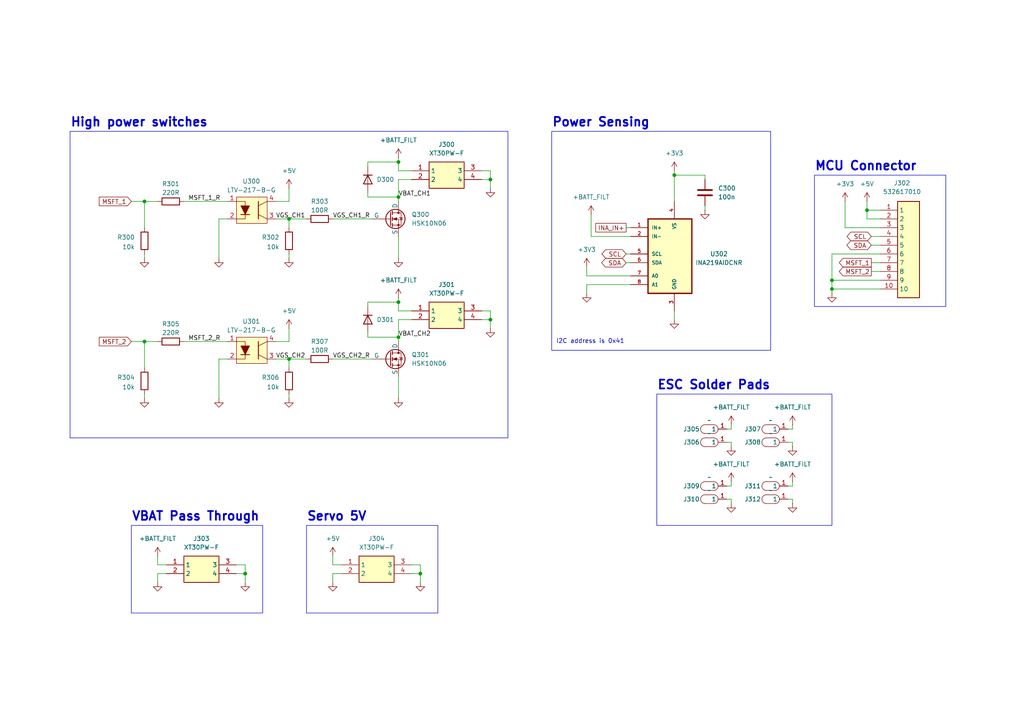
<source format=kicad_sch>
(kicad_sch (version 20250114) (generator "eeschema") (generator_version "9.0")
  (paper "A4")
  (title_block (title "Connectors and Outputs") (date "20-06-2025") (rev "0.0.1"))
  (lib_symbols
    (symbol "532617010:532617010"
      (property "Reference" "J" (at 7.62 7.874 0))
      (property "Value" "532617010" (at 3.302 5.08 0))
      (symbol "532617010_1_1"
        (rectangle (start 5.08 2.54) (end 11.43 -25.4) (stroke (width 0.254)) (fill (type background)))
        (pin passive line (at 0 0 0) (length 5.08) (name "1") (number "1"))
        (pin passive line (at 0 -2.54 0) (length 5.08) (name "2") (number "2"))
        (pin passive line (at 0 -5.08 0) (length 5.08) (name "3") (number "3"))
        (pin passive line (at 0 -7.62 0) (length 5.08) (name "4") (number "4"))
        (pin passive line (at 0 -10.16 0) (length 5.08) (name "5") (number "5"))
        (pin passive line (at 0 -12.7 0) (length 5.08) (name "6") (number "6"))
        (pin passive line (at 0 -15.24 0) (length 5.08) (name "7") (number "7"))
        (pin passive line (at 0 -17.78 0) (length 5.08) (name "8") (number "8"))
        (pin passive line (at 0 -20.32 0) (length 5.08) (name "9") (number "9"))
        (pin passive line (at 0 -22.86 0) (length 5.08) (name "10") (number "10"))
      )
    )
    (symbol "Device:C" (pin_numbers (hide yes)) (pin_names (offset 0.254))
      (property "Reference" "C" (at 0.635 2.54 0))
      (property "Value" "C" (at 0.635 -2.54 0))
      (symbol "C_0_1"
        (polyline (pts (xy -2.032 0.762) (xy 2.032 0.762)) (stroke (width 0.508)))
        (polyline (pts (xy -2.032 -0.762) (xy 2.032 -0.762)) (stroke (width 0.508)))
      )
      (symbol "C_1_1"
        (pin passive line (at 0 3.81 270) (length 2.794) (name "~") (number "1"))
        (pin passive line (at 0 -3.81 90) (length 2.794) (name "~") (number "2"))
      )
    )
    (symbol "Device:D" (pin_numbers (hide yes)) (pin_names (offset 1.016) (hide yes))
      (property "Reference" "D" (at 0 2.54 0))
      (property "Value" "D" (at 0 -2.54 0))
      (symbol "D_0_1"
        (polyline (pts (xy -1.27 1.27) (xy -1.27 -1.27)) (stroke (width 0.254)))
        (polyline (pts (xy 1.27 1.27) (xy 1.27 -1.27) (xy -1.27 0) (xy 1.27 1.27)) (stroke (width 0.254)))
        (polyline (pts (xy 1.27 0) (xy -1.27 0)))
      )
      (symbol "D_1_1"
        (pin passive line (at -3.81 0 0) (length 2.54) (name "K") (number "1"))
        (pin passive line (at 3.81 0 180) (length 2.54) (name "A") (number "2"))
      )
    )
    (symbol "Device:R" (pin_numbers (hide yes)) (pin_names (offset 0))
      (property "Reference" "R" (at 2.032 0 90))
      (property "Value" "R" (at 0 0 90))
      (symbol "R_0_1"
        (rectangle (start -1.016 -2.54) (end 1.016 2.54) (stroke (width 0.254)))
      )
      (symbol "R_1_1"
        (pin passive line (at 0 3.81 270) (length 1.27) (name "~") (number "1"))
        (pin passive line (at 0 -3.81 90) (length 1.27) (name "~") (number "2"))
      )
    )
    (symbol "INA219AIDCNR:INA219AIDCNR" (pin_names (offset 1.016))
      (property "Reference" "U" (at 19.05 -6.604 0))
      (property "Value" "INA219AIDCNR" (at 19.05 -8.636 0))
      (symbol "INA219AIDCNR_0_0"
        (rectangle (start 5.08 2.54) (end 17.78 -19.05) (stroke (width 0.41)) (fill (type background)))
        (pin input line (at 0 0 0) (length 5.08) (name "IN+") (number "1"))
        (pin input line (at 0 -2.54 0) (length 5.08) (name "IN-") (number "2"))
        (pin input line (at 0 -7.62 0) (length 5.08) (name "SCL") (number "5"))
        (pin bidirectional line (at 0 -10.16 0) (length 5.08) (name "SDA") (number "6"))
        (pin input line (at 0 -13.97 0) (length 5.08) (name "A0") (number "7"))
        (pin input line (at 0 -16.51 0) (length 5.08) (name "A1") (number "8"))
        (pin power_in line (at 12.7 7.62 270) (length 5.08) (name "VS") (number "4"))
        (pin power_in line (at 12.7 -24.13 90) (length 5.08) (name "GND") (number "3"))
      )
    )
    (symbol "LTV-217-B-G:LTV-217-B-G"
      (property "Reference" "U" (at 7.112 2.794 0))
      (symbol "LTV-217-B-G_0_1"
        (polyline (pts (xy 2.54 0) (xy 5.08 0) (xy 5.08 -1.27)))
        (polyline (pts (xy 2.54 -5.08) (xy 5.08 -5.08) (xy 5.08 -3.81)))
        (polyline (pts (xy 11.43 0) (xy 8.89 -1.27) (xy 8.89 -3.81) (xy 11.43 -5.08)))
      )
      (symbol "LTV-217-B-G_1_1"
        (rectangle (start 2.54 1.27) (end 11.43 -6.35) (fill (type background)))
        (polyline (pts (xy 6.35 -1.27) (xy 5.08 -3.81) (xy 3.81 -1.27) (xy 6.35 -1.27)) (fill (type outline)))
        (polyline (pts (xy 6.35 -3.81) (xy 3.81 -3.81)) (stroke (width 0.254)))
        (polyline (pts (xy 8.89 -1.27) (xy 8.89 0) (xy 8.89 -5.08)) (stroke (width 0.254)))
        (pin passive line (at 0 0 0) (length 2.54) (name "") (number "1"))
        (pin passive line (at 0 -5.08 0) (length 2.54) (name "") (number "2"))
        (pin passive line (at 13.97 0 180) (length 2.54) (name "") (number "4"))
        (pin passive line (at 13.97 -5.08 180) (length 2.54) (name "") (number "3"))
      )
    )
    (symbol "NMOS_1" (pin_numbers (hide yes)) (pin_names (offset 0))
      (property "Reference" "Q" (at 5.08 1.27 0))
      (property "Value" "NMOS" (at 5.08 -1.27 0))
      (symbol "NMOS_1_0_1"
        (polyline (pts (xy 0.254 1.905) (xy 0.254 -1.905)) (stroke (width 0.254)))
        (polyline (pts (xy 0.254 0) (xy -2.54 0)))
        (polyline (pts (xy 0.762 2.286) (xy 0.762 1.27)) (stroke (width 0.254)))
        (polyline (pts (xy 0.762 0.508) (xy 0.762 -0.508)) (stroke (width 0.254)))
        (polyline (pts (xy 0.762 -1.27) (xy 0.762 -2.286)) (stroke (width 0.254)))
        (polyline (pts (xy 0.762 -1.778) (xy 3.302 -1.778) (xy 3.302 1.778) (xy 0.762 1.778)))
        (polyline (pts (xy 1.016 0) (xy 2.032 0.381) (xy 2.032 -0.381) (xy 1.016 0)) (fill (type outline)))
        (circle (center 1.651 0) (radius 2.794) (stroke (width 0.254)))
        (polyline (pts (xy 2.54 2.54) (xy 2.54 1.778)))
        (circle (center 2.54 1.778) (radius 0.254) (fill (type outline)))
        (circle (center 2.54 -1.778) (radius 0.254) (fill (type outline)))
        (polyline (pts (xy 2.54 -2.54) (xy 2.54 0) (xy 0.762 0)))
        (polyline (pts (xy 2.794 0.508) (xy 2.921 0.381) (xy 3.683 0.381) (xy 3.81 0.254)))
        (polyline (pts (xy 3.302 0.381) (xy 2.921 -0.254) (xy 3.683 -0.254) (xy 3.302 0.381)))
      )
      (symbol "NMOS_1_1_1"
        (pin input line (at -5.08 0 0) (length 2.54) (name "G") (number "1"))
        (pin passive line (at 2.54 5.08 270) (length 2.54) (name "D") (number "2"))
        (pin passive line (at 2.54 -5.08 90) (length 2.54) (name "S") (number "3"))
      )
    )
    (symbol "SOLDER_PAD:Power_Solder_Pad"
      (property "Reference" "J" (at 0 2.794 0))
      (symbol "Power_Solder_Pad_0_1"
        (polyline (pts (xy -1.27 1.27) (xy 1.27 1.27)))
        (polyline (pts (xy -1.27 -1.27) (xy 1.27 -1.27)))
        (arc (start -1.27 -1.27) (mid -2.168 -0.898) (end -2.54 0))
        (arc (start -2.54 0) (mid -2.168 0.898) (end -1.27 1.27))
        (arc (start 1.27 1.27) (mid 2.168 0.898) (end 2.54 0))
        (arc (start 2.54 0) (mid 2.168 -0.898) (end 1.27 -1.27))
      )
      (symbol "Power_Solder_Pad_1_1"
        (pin input line (at 5.08 0 180) (length 2.54) (name "1") (number "1"))
      )
    )
    (symbol "Simulation_SPICE:NMOS" (pin_numbers (hide yes)) (pin_names (offset 0))
      (property "Reference" "Q" (at 5.08 1.27 0))
      (property "Value" "NMOS" (at 5.08 -1.27 0))
      (symbol "NMOS_0_1"
        (polyline (pts (xy 0.254 1.905) (xy 0.254 -1.905)) (stroke (width 0.254)))
        (polyline (pts (xy 0.254 0) (xy -2.54 0)))
        (polyline (pts (xy 0.762 2.286) (xy 0.762 1.27)) (stroke (width 0.254)))
        (polyline (pts (xy 0.762 0.508) (xy 0.762 -0.508)) (stroke (width 0.254)))
        (polyline (pts (xy 0.762 -1.27) (xy 0.762 -2.286)) (stroke (width 0.254)))
        (polyline (pts (xy 0.762 -1.778) (xy 3.302 -1.778) (xy 3.302 1.778) (xy 0.762 1.778)))
        (polyline (pts (xy 1.016 0) (xy 2.032 0.381) (xy 2.032 -0.381) (xy 1.016 0)) (fill (type outline)))
        (circle (center 1.651 0) (radius 2.794) (stroke (width 0.254)))
        (polyline (pts (xy 2.54 2.54) (xy 2.54 1.778)))
        (circle (center 2.54 1.778) (radius 0.254) (fill (type outline)))
        (circle (center 2.54 -1.778) (radius 0.254) (fill (type outline)))
        (polyline (pts (xy 2.54 -2.54) (xy 2.54 0) (xy 0.762 0)))
        (polyline (pts (xy 2.794 0.508) (xy 2.921 0.381) (xy 3.683 0.381) (xy 3.81 0.254)))
        (polyline (pts (xy 3.302 0.381) (xy 2.921 -0.254) (xy 3.683 -0.254) (xy 3.302 0.381)))
      )
      (symbol "NMOS_1_1"
        (pin input line (at -5.08 0 0) (length 2.54) (name "G") (number "1"))
        (pin passive line (at 2.54 5.08 270) (length 2.54) (name "D") (number "2"))
        (pin passive line (at 2.54 -5.08 90) (length 2.54) (name "S") (number "3"))
      )
    )
    (symbol "XT30PW-F:XT30PW-F"
      (property "Reference" "J" (at 16.51 7.62 0))
      (property "Value" "XT30PW-F" (at 16.51 5.08 0))
      (symbol "XT30PW-F_1_1"
        (rectangle (start 5.08 2.54) (end 15.24 -5.08) (stroke (width 0.254)) (fill (type background)))
        (pin passive line (at 0 0 0) (length 5.08) (name "1") (number "1"))
        (pin passive line (at 0 -2.54 0) (length 5.08) (name "2") (number "2"))
        (pin passive line (at 20.32 0 180) (length 5.08) (name "3") (number "3"))
        (pin passive line (at 20.32 -2.54 180) (length 5.08) (name "4") (number "4"))
      )
    )
    (symbol "power:+5V" (power) (pin_numbers (hide yes)) (pin_names (offset 0) (hide yes))
      (property "Value" "+5V" (at 0 3.556 0))
      (symbol "+5V_0_1"
        (polyline (pts (xy -0.762 1.27) (xy 0 2.54)))
        (polyline (pts (xy 0 2.54) (xy 0.762 1.27)))
        (polyline (pts (xy 0 0) (xy 0 2.54)))
      )
      (symbol "+5V_1_1"
        (pin power_in line (at 0 0 90) (length 0) (name "~") (number "1"))
      )
    )
    (symbol "power:+BATT" (power) (pin_numbers (hide yes)) (pin_names (offset 0) (hide yes))
      (property "Value" "+BATT" (at 0 3.556 0))
      (symbol "+BATT_0_1"
        (polyline (pts (xy -0.762 1.27) (xy 0 2.54)))
        (polyline (pts (xy 0 2.54) (xy 0.762 1.27)))
        (polyline (pts (xy 0 0) (xy 0 2.54)))
      )
      (symbol "+BATT_1_1"
        (pin power_in line (at 0 0 90) (length 0) (name "~") (number "1"))
      )
    )
    (symbol "power:GND" (power) (pin_numbers (hide yes)) (pin_names (offset 0) (hide yes))
      (property "Value" "GND" (at 0 -3.81 0))
      (symbol "GND_0_1"
        (polyline (pts (xy 0 0) (xy 0 -1.27) (xy 1.27 -1.27) (xy 0 -2.54) (xy -1.27 -1.27) (xy 0 -1.27)))
      )
      (symbol "GND_1_1"
        (pin power_in line (at 0 0 270) (length 0) (name "~") (number "1"))
      )
    )
  )
  (rectangle (start 20.32 38.1) (end 147.32 127))
  (rectangle (start 160.02 38.1) (end 223.52 101.6))
  (rectangle (start 88.9 152.4) (end 127 177.8))
  (rectangle (start 190.5 114.3) (end 241.3 152.4))
  (rectangle (start 236.22 50.8) (end 274.32 88.9))
  (rectangle (start 38.1 152.4) (end 76.2 177.8))
  (text "Servo 5V" (at 88.9 149.86 0) (effects (font (size 2.54 2.54) (thickness 0.508) (bold yes)) (justify left)))
  (text "MCU Connector" (at 236.22 48.26 0) (effects (font (size 2.54 2.54) (thickness 0.508) (bold yes)) (justify left)))
  (text "High power switches" (at 20.32 35.56 0) (effects (font (size 2.54 2.54) (thickness 0.508) (bold yes)) (justify left)))
  (text "VBAT Pass Through" (at 38.1 149.86 0) (effects (font (size 2.54 2.54) (thickness 0.508) (bold yes)) (justify left)))
  (text "Power Sensing" (at 160.02 35.56 0) (effects (font (size 2.54 2.54) (thickness 0.508) (bold yes)) (justify left)))
  (text "I2C address is 0x41" (at 161.29 99.06 0) (effects (font (size 1.27 1.27) (thickness 0.1588)) (justify left)))
  (text "ESC Solder Pads" (at 190.5 111.76 0) (effects (font (size 2.54 2.54) (thickness 0.508) (bold yes)) (justify left)))
  (junction (at 251.46 60.96))
  (junction (at 83.82 104.14))
  (junction (at 241.3 83.82))
  (junction (at 71.12 166.37))
  (junction (at 41.91 99.06))
  (junction (at 241.3 81.28))
  (junction (at 41.91 58.42))
  (junction (at 115.57 97.79))
  (junction (at 195.58 50.8))
  (junction (at 142.24 92.71))
  (junction (at 115.57 57.15))
  (junction (at 115.57 87.63))
  (junction (at 115.57 46.99))
  (junction (at 83.82 63.5))
  (junction (at 121.92 166.37))
  (junction (at 142.24 52.07))
  (wire (pts (xy 245.11 58.42) (xy 245.11 66.04)))
  (wire (pts (xy 115.57 109.22) (xy 115.57 115.57)))
  (wire (pts (xy 251.46 58.42) (xy 251.46 60.96)))
  (wire (pts (xy 170.18 82.55) (xy 182.88 82.55)))
  (wire (pts (xy 121.92 163.83) (xy 119.38 163.83)))
  (wire (pts (xy 71.12 166.37) (xy 71.12 163.83)))
  (wire (pts (xy 115.57 57.15) (xy 115.57 58.42)))
  (wire (pts (xy 212.09 124.46) (xy 212.09 123.19)))
  (wire (pts (xy 252.73 78.74) (xy 255.27 78.74)))
  (wire (pts (xy 41.91 58.42) (xy 41.91 66.04)))
  (wire (pts (xy 119.38 166.37) (xy 121.92 166.37)))
  (wire (pts (xy 63.5 63.5) (xy 66.04 63.5)))
  (wire (pts (xy 170.18 85.09) (xy 170.18 82.55)))
  (wire (pts (xy 96.52 166.37) (xy 99.06 166.37)))
  (wire (pts (xy 228.6 140.97) (xy 229.87 140.97)))
  (wire (pts (xy 115.57 49.53) (xy 119.38 49.53)))
  (wire (pts (xy 83.82 63.5) (xy 88.9 63.5)))
  (wire (pts (xy 106.68 57.15) (xy 115.57 57.15)))
  (wire (pts (xy 83.82 114.3) (xy 83.82 115.57)))
  (wire (pts (xy 115.57 92.71) (xy 119.38 92.71)))
  (wire (pts (xy 241.3 81.28) (xy 255.27 81.28)))
  (wire (pts (xy 171.45 68.58) (xy 182.88 68.58)))
  (wire (pts (xy 229.87 140.97) (xy 229.87 139.7)))
  (wire (pts (xy 181.61 76.2) (xy 182.88 76.2)))
  (wire (pts (xy 142.24 95.25) (xy 142.24 92.71)))
  (wire (pts (xy 228.6 124.46) (xy 229.87 124.46)))
  (wire (pts (xy 170.18 80.01) (xy 182.88 80.01)))
  (wire (pts (xy 53.34 58.42) (xy 66.04 58.42)))
  (wire (pts (xy 241.3 83.82) (xy 255.27 83.82)))
  (wire (pts (xy 245.11 66.04) (xy 255.27 66.04)))
  (wire (pts (xy 106.68 88.9) (xy 106.68 87.63)))
  (wire (pts (xy 210.82 144.78) (xy 212.09 144.78)))
  (wire (pts (xy 210.82 124.46) (xy 212.09 124.46)))
  (wire (pts (xy 121.92 166.37) (xy 121.92 163.83)))
  (wire (pts (xy 80.01 63.5) (xy 83.82 63.5)))
  (wire (pts (xy 45.72 168.91) (xy 45.72 166.37)))
  (wire (pts (xy 96.52 168.91) (xy 96.52 166.37)))
  (wire (pts (xy 229.87 124.46) (xy 229.87 123.19)))
  (wire (pts (xy 251.46 60.96) (xy 251.46 63.5)))
  (wire (pts (xy 241.3 81.28) (xy 241.3 83.82)))
  (wire (pts (xy 181.61 66.04) (xy 182.88 66.04)))
  (wire (pts (xy 241.3 73.66) (xy 255.27 73.66)))
  (wire (pts (xy 106.68 97.79) (xy 115.57 97.79)))
  (wire (pts (xy 115.57 45.72) (xy 115.57 46.99)))
  (wire (pts (xy 229.87 144.78) (xy 229.87 146.05)))
  (wire (pts (xy 63.5 104.14) (xy 66.04 104.14)))
  (wire (pts (xy 96.52 104.14) (xy 107.95 104.14)))
  (wire (pts (xy 38.1 99.06) (xy 41.91 99.06)))
  (wire (pts (xy 142.24 52.07) (xy 142.24 49.53)))
  (wire (pts (xy 139.7 92.71) (xy 142.24 92.71)))
  (wire (pts (xy 53.34 99.06) (xy 66.04 99.06)))
  (wire (pts (xy 115.57 97.79) (xy 115.57 99.06)))
  (wire (pts (xy 80.01 99.06) (xy 83.82 99.06)))
  (wire (pts (xy 115.57 46.99) (xy 115.57 49.53)))
  (wire (pts (xy 212.09 139.7) (xy 212.09 140.97)))
  (wire (pts (xy 106.68 96.52) (xy 106.68 97.79)))
  (wire (pts (xy 83.82 54.61) (xy 83.82 58.42)))
  (wire (pts (xy 106.68 55.88) (xy 106.68 57.15)))
  (wire (pts (xy 181.61 73.66) (xy 182.88 73.66)))
  (wire (pts (xy 228.6 144.78) (xy 229.87 144.78)))
  (wire (pts (xy 83.82 63.5) (xy 83.82 66.04)))
  (wire (pts (xy 115.57 87.63) (xy 115.57 90.17)))
  (wire (pts (xy 115.57 92.71) (xy 115.57 97.79)))
  (wire (pts (xy 41.91 58.42) (xy 45.72 58.42)))
  (wire (pts (xy 210.82 128.27) (xy 212.09 128.27)))
  (wire (pts (xy 139.7 90.17) (xy 142.24 90.17)))
  (wire (pts (xy 41.91 73.66) (xy 41.91 74.93)))
  (wire (pts (xy 45.72 166.37) (xy 48.26 166.37)))
  (wire (pts (xy 171.45 62.23) (xy 171.45 68.58)))
  (wire (pts (xy 71.12 163.83) (xy 68.58 163.83)))
  (wire (pts (xy 252.73 68.58) (xy 255.27 68.58)))
  (wire (pts (xy 115.57 90.17) (xy 119.38 90.17)))
  (wire (pts (xy 195.58 50.8) (xy 195.58 58.42)))
  (wire (pts (xy 106.68 46.99) (xy 115.57 46.99)))
  (wire (pts (xy 229.87 128.27) (xy 229.87 129.54)))
  (wire (pts (xy 142.24 92.71) (xy 142.24 90.17)))
  (wire (pts (xy 251.46 60.96) (xy 255.27 60.96)))
  (wire (pts (xy 195.58 90.17) (xy 195.58 92.71)))
  (wire (pts (xy 83.82 73.66) (xy 83.82 74.93)))
  (wire (pts (xy 71.12 168.91) (xy 71.12 166.37)))
  (wire (pts (xy 195.58 49.53) (xy 195.58 50.8)))
  (wire (pts (xy 106.68 48.26) (xy 106.68 46.99)))
  (wire (pts (xy 83.82 104.14) (xy 83.82 106.68)))
  (wire (pts (xy 204.47 59.69) (xy 204.47 60.96)))
  (wire (pts (xy 170.18 77.47) (xy 170.18 80.01)))
  (wire (pts (xy 45.72 161.29) (xy 45.72 163.83)))
  (wire (pts (xy 96.52 161.29) (xy 96.52 163.83)))
  (wire (pts (xy 228.6 128.27) (xy 229.87 128.27)))
  (wire (pts (xy 96.52 63.5) (xy 107.95 63.5)))
  (wire (pts (xy 241.3 73.66) (xy 241.3 81.28)))
  (wire (pts (xy 142.24 52.07) (xy 139.7 52.07)))
  (wire (pts (xy 115.57 52.07) (xy 115.57 57.15)))
  (wire (pts (xy 96.52 163.83) (xy 99.06 163.83)))
  (wire (pts (xy 63.5 74.93) (xy 63.5 63.5)))
  (wire (pts (xy 38.1 58.42) (xy 41.91 58.42)))
  (wire (pts (xy 45.72 163.83) (xy 48.26 163.83)))
  (wire (pts (xy 63.5 115.57) (xy 63.5 104.14)))
  (wire (pts (xy 241.3 85.09) (xy 241.3 83.82)))
  (wire (pts (xy 195.58 50.8) (xy 204.47 50.8)))
  (wire (pts (xy 204.47 50.8) (xy 204.47 52.07)))
  (wire (pts (xy 212.09 144.78) (xy 212.09 146.05)))
  (wire (pts (xy 142.24 49.53) (xy 139.7 49.53)))
  (wire (pts (xy 252.73 71.12) (xy 255.27 71.12)))
  (wire (pts (xy 212.09 128.27) (xy 212.09 129.54)))
  (wire (pts (xy 80.01 104.14) (xy 83.82 104.14)))
  (wire (pts (xy 115.57 52.07) (xy 119.38 52.07)))
  (wire (pts (xy 83.82 104.14) (xy 88.9 104.14)))
  (wire (pts (xy 106.68 87.63) (xy 115.57 87.63)))
  (wire (pts (xy 115.57 68.58) (xy 115.57 74.93)))
  (wire (pts (xy 80.01 58.42) (xy 83.82 58.42)))
  (wire (pts (xy 252.73 76.2) (xy 255.27 76.2)))
  (wire (pts (xy 83.82 95.25) (xy 83.82 99.06)))
  (wire (pts (xy 210.82 140.97) (xy 212.09 140.97)))
  (wire (pts (xy 142.24 54.61) (xy 142.24 52.07)))
  (wire (pts (xy 41.91 99.06) (xy 41.91 106.68)))
  (wire (pts (xy 41.91 114.3) (xy 41.91 115.57)))
  (wire (pts (xy 121.92 168.91) (xy 121.92 166.37)))
  (wire (pts (xy 251.46 63.5) (xy 255.27 63.5)))
  (wire (pts (xy 41.91 99.06) (xy 45.72 99.06)))
  (wire (pts (xy 115.57 86.36) (xy 115.57 87.63)))
  (wire (pts (xy 68.58 166.37) (xy 71.12 166.37)))
  (label "VGS_CH1" (at 80.01 63.5 0))
  (label "VGS_CH2_R" (at 96.52 104.14 0))
  (label "VBAT_CH2" (at 115.57 97.79 0))
  (label "MSFT_2_R" (at 54.61 99.06 0))
  (label "MSFT_1_R" (at 54.61 58.42 0))
  (label "VGS_CH1_R" (at 96.52 63.5 0))
  (label "VGS_CH2" (at 80.01 104.14 0))
  (label "VBAT_CH1" (at 115.57 57.15 0))
  (global_label "MSFT_2" (shape output) (at 252.73 78.74 180) (property "Intersheetrefs" "${INTERSHEET_REFS}" (effects (hide yes))))
  (global_label "MSFT_2" (shape input) (at 38.1 99.06 180) (property "Intersheetrefs" "${INTERSHEET_REFS}" (effects (hide yes))))
  (global_label "MSFT_1" (shape input) (at 38.1 58.42 180) (property "Intersheetrefs" "${INTERSHEET_REFS}" (effects (hide yes))))
  (global_label "INA_IN+" (shape passive) (at 181.61 66.04 180) (property "Intersheetrefs" "${INTERSHEET_REFS}" (effects (hide yes))))
  (global_label "SDA" (shape bidirectional) (at 252.73 71.12 180) (property "Intersheetrefs" "${INTERSHEET_REFS}" (effects (hide yes))))
  (global_label "MSFT_1" (shape output) (at 252.73 76.2 180) (property "Intersheetrefs" "${INTERSHEET_REFS}" (effects (hide yes))))
  (global_label "SCL" (shape bidirectional) (at 181.61 73.66 180) (property "Intersheetrefs" "${INTERSHEET_REFS}" (effects (hide yes))))
  (global_label "SDA" (shape bidirectional) (at 181.61 76.2 180) (property "Intersheetrefs" "${INTERSHEET_REFS}" (effects (hide yes))))
  (global_label "SCL" (shape bidirectional) (at 252.73 68.58 180) (property "Intersheetrefs" "${INTERSHEET_REFS}" (effects (hide yes))))
  (symbol (lib_id "SOLDER_PAD:Power_Solder_Pad") (at 223.52 144.78 0) (unit 1)
    (property "Reference" "J312" (at 220.726 144.78 0) (effects (justify right)))
    (property "Value" "~" (at 223.52 142.24 0))
    (property "Footprint" "SOLDER_PAD:PWR_SOLDER_PAD" (effects (hide yes)))
  )
  (symbol (lib_id "power:+5V") (at 251.46 58.42 0) (unit 1)
    (property "Reference" "#PWR021" (effects (hide yes)))
    (property "Value" "+5V" (at 251.46 53.34 0))
    (property "Description" "Power symbol creates a global label with name \"+5V\"" (effects (hide yes)))
  )
  (symbol (lib_id "power:GND") (at 115.57 74.93 0) (unit 1)
    (property "Reference" "#PWR05" (effects (hide yes)))
    (property "Value" "GND" (effects (hide yes)))
    (property "Description" "Power symbol creates a global label with name \"GND\" , ground" (effects (hide yes)))
  )
  (symbol (lib_id "power:+5V") (at 83.82 54.61 0) (unit 1)
    (property "Reference" "#PWR09" (effects (hide yes)))
    (property "Value" "+5V" (at 83.82 49.53 0))
    (property "Description" "Power symbol creates a global label with name \"+5V\"" (effects (hide yes)))
  )
  (symbol (lib_id "power:GND") (at 229.87 213.36 0) (unit 1)
    (property "Reference" "#PWR073" (effects (hide yes)))
    (property "Value" "GND" (effects (hide yes)))
    (property "Description" "Power symbol creates a global label with name \"GND\" , ground" (effects (hide yes)))
  )
  (symbol (lib_id "power:GND") (at 229.87 146.05 0) (unit 1)
    (property "Reference" "#PWR065" (effects (hide yes)))
    (property "Value" "GND" (effects (hide yes)))
    (property "Description" "Power symbol creates a global label with name \"GND\" , ground" (effects (hide yes)))
  )
  (symbol (lib_id "power:GND") (at 170.18 85.09 0) (unit 1)
    (property "Reference" "#PWR019" (effects (hide yes)))
    (property "Value" "GND" (effects (hide yes)))
    (property "Description" "Power symbol creates a global label with name \"GND\" , ground" (effects (hide yes)))
  )
  (symbol (lib_id "power:+5V") (at 245.11 58.42 0) (unit 1)
    (property "Reference" "#PWR022" (effects (hide yes)))
    (property "Value" "+3V3" (at 245.11 53.34 0))
    (property "Description" "Power symbol creates a global label with name \"+5V\"" (effects (hide yes)))
  )
  (symbol (lib_id "power:GND") (at 83.82 115.57 0) (unit 1)
    (property "Reference" "#PWR013" (effects (hide yes)))
    (property "Value" "GND" (effects (hide yes)))
    (property "Description" "Power symbol creates a global label with name \"GND\" , ground" (effects (hide yes)))
  )
  (symbol (lib_id "power:+5V") (at 229.87 123.19 0) (unit 1)
    (property "Reference" "#PWR070" (effects (hide yes)))
    (property "Value" "+BATT_FILT" (at 229.87 118.11 0))
    (property "Description" "Power symbol creates a global label with name \"+5V\"" (effects (hide yes)))
  )
  (symbol (lib_id "power:+5V") (at 229.87 139.7 0) (unit 1)
    (property "Reference" "#PWR066" (effects (hide yes)))
    (property "Value" "+BATT_FILT" (at 229.87 134.62 0))
    (property "Description" "Power symbol creates a global label with name \"+5V\"" (effects (hide yes)))
  )
  (symbol (lib_id "power:+5V") (at 212.09 123.19 0) (unit 1)
    (property "Reference" "#PWR072" (effects (hide yes)))
    (property "Value" "+BATT_FILT" (at 212.09 118.11 0))
    (property "Description" "Power symbol creates a global label with name \"+5V\"" (effects (hide yes)))
  )
  (symbol (lib_id "power:GND") (at 241.3 85.09 0) (unit 1)
    (property "Reference" "#PWR024" (effects (hide yes)))
    (property "Value" "GND" (effects (hide yes)))
    (property "Description" "Power symbol creates a global label with name \"GND\" , ground" (effects (hide yes)))
  )
  (symbol (lib_id "Device:D") (at 106.68 92.71 270) (unit 1)
    (property "Reference" "D301" (at 109.22 92.7099 90) (effects (justify left)))
    (property "Value" "SBR3M30P17" (effects (hide yes)))
    (property "Footprint" "SBR3M30P17:SBR3M30P17" (effects (hide yes)))
    (property "Description" "Diode" (effects (hide yes)))
    (property "Sim.Device" "D" (effects (hide yes)))
    (property "Sim.Pins" "1=K 2=A" (effects (hide yes)))
  )
  (symbol (lib_id "power:GND") (at 229.87 251.46 0) (unit 1)
    (property "Reference" "#PWR067" (effects (hide yes)))
    (property "Value" "GND" (effects (hide yes)))
    (property "Description" "Power symbol creates a global label with name \"GND\" , ground" (effects (hide yes)))
  )
  (symbol (lib_id "power:+BATT") (at 115.57 86.36 0) (unit 1)
    (property "Reference" "#PWR078" (effects (hide yes)))
    (property "Value" "+BATT_FILT" (at 115.57 81.28 0))
    (property "Description" "Power symbol creates a global label with name \"+BATT\"" (effects (hide yes)))
  )
  (symbol (lib_id "Device:R") (at 41.91 69.85 180) (unit 1)
    (property "Reference" "R300" (at 39.116 68.834 0) (effects (justify left)))
    (property "Value" "10k" (at 39.116 71.628 0) (effects (justify left)))
    (property "Footprint" "Resistor_SMD:R_0402_1005Metric" (effects (hide yes)))
    (property "Description" "Resistor" (effects (hide yes)))
  )
  (symbol (lib_id "power:GND") (at 83.82 74.93 0) (unit 1)
    (property "Reference" "#PWR08" (effects (hide yes)))
    (property "Value" "GND" (effects (hide yes)))
    (property "Description" "Power symbol creates a global label with name \"GND\" , ground" (effects (hide yes)))
  )
  (symbol (lib_id "XT30PW-F:XT30PW-F") (at 119.38 90.17 0) (unit 1)
    (property "Reference" "J301" (at 129.54 82.55 0))
    (property "Value" "XT30PW-F" (at 129.54 85.09 0))
    (property "Footprint" "XT30PWF:XT30PWF" (effects (hide yes)))
    (property "Datasheet" "https://www.tme.eu/Document/ce4077e36b79046da520ca73227e15de/XT30PW%20SPEC.pdf" (effects (hide yes)))
    (property "Description" "Socket; DC supply; XT30; female; PIN:2; on PCBs; THT; Colour: yellow" (effects (hide yes)))
    (property "Height" "5" (effects (hide yes)))
    (property "Manufacturer_Name" "Amass" (effects (hide yes)))
    (property "Manufacturer_Part_Number" "XT30PW-F" (effects (hide yes)))
  )
  (symbol (lib_id "SOLDER_PAD:Power_Solder_Pad") (at 205.74 128.27 0) (unit 1)
    (property "Reference" "J306" (at 202.946 128.27 0) (effects (justify right)))
    (property "Value" "~" (at 205.74 125.73 0))
    (property "Footprint" "SOLDER_PAD:PWR_SOLDER_PAD" (effects (hide yes)))
  )
  (symbol (lib_id "power:GND") (at 96.52 168.91 0) (unit 1)
    (property "Reference" "#PWR027" (effects (hide yes)))
    (property "Value" "GND" (effects (hide yes)))
    (property "Description" "Power symbol creates a global label with name \"GND\" , ground" (effects (hide yes)))
  )
  (symbol (lib_id "SOLDER_PAD:Power_Solder_Pad") (at 223.52 140.97 0) (unit 1)
    (property "Reference" "J311" (at 220.726 140.97 0) (effects (justify right)))
    (property "Value" "~" (at 223.52 138.43 0))
    (property "Footprint" "SOLDER_PAD:PWR_SOLDER_PAD" (effects (hide yes)))
  )
  (symbol (lib_id "Device:R") (at 49.53 58.42 270) (unit 1)
    (property "Reference" "R301" (at 49.53 53.34 90))
    (property "Value" "220R" (at 49.53 55.88 90))
    (property "Footprint" "Resistor_SMD:R_0402_1005Metric" (effects (hide yes)))
    (property "Description" "Resistor" (effects (hide yes)))
  )
  (symbol (lib_id "power:GND") (at 63.5 115.57 0) (unit 1)
    (property "Reference" "#PWR011" (effects (hide yes)))
    (property "Value" "GND" (effects (hide yes)))
    (property "Description" "Power symbol creates a global label with name \"GND\" , ground" (effects (hide yes)))
  )
  (symbol (lib_id "power:GND") (at 41.91 74.93 0) (unit 1)
    (property "Reference" "#PWR06" (effects (hide yes)))
    (property "Value" "GND" (effects (hide yes)))
    (property "Description" "Power symbol creates a global label with name \"GND\" , ground" (effects (hide yes)))
  )
  (symbol (lib_id "INA219AIDCNR:INA219AIDCNR") (at 182.88 66.04 0) (unit 1)
    (property "Reference" "U302" (at 208.534 73.66 0))
    (property "Value" "INA219AIDCNR" (at 208.534 76.2 0))
    (property "Footprint" "INA219AIDCNR:SOT65P280X145-8N" (effects (hide yes)))
  )
  (symbol (lib_id "power:+5V") (at 83.82 95.25 0) (unit 1)
    (property "Reference" "#PWR012" (effects (hide yes)))
    (property "Value" "+5V" (at 83.82 90.17 0))
    (property "Description" "Power symbol creates a global label with name \"+5V\"" (effects (hide yes)))
  )
  (symbol (lib_id "power:+BATT") (at 115.57 45.72 0) (unit 1)
    (property "Reference" "#PWR033" (effects (hide yes)))
    (property "Value" "+BATT_FILT" (at 115.57 40.64 0))
    (property "Description" "Power symbol creates a global label with name \"+BATT\"" (effects (hide yes)))
  )
  (symbol (lib_id "power:GND") (at 142.24 54.61 0) (unit 1)
    (property "Reference" "#PWR031" (effects (hide yes)))
    (property "Value" "GND" (effects (hide yes)))
    (property "Description" "Power symbol creates a global label with name \"GND\" , ground" (effects (hide yes)))
  )
  (symbol (lib_id "XT30PW-F:XT30PW-F") (at 119.38 49.53 0) (unit 1)
    (property "Reference" "J300" (at 129.54 41.91 0))
    (property "Value" "XT30PW-F" (at 129.54 44.45 0))
    (property "Footprint" "XT30PWF:XT30PWF" (effects (hide yes)))
    (property "Datasheet" "https://www.tme.eu/Document/ce4077e36b79046da520ca73227e15de/XT30PW%20SPEC.pdf" (effects (hide yes)))
    (property "Description" "Socket; DC supply; XT30; female; PIN:2; on PCBs; THT; Colour: yellow" (effects (hide yes)))
    (property "Height" "5" (effects (hide yes)))
    (property "Manufacturer_Name" "Amass" (effects (hide yes)))
    (property "Manufacturer_Part_Number" "XT30PW-F" (effects (hide yes)))
  )
  (symbol (lib_id "power:+5V") (at 96.52 161.29 0) (unit 1)
    (property "Reference" "#PWR035" (effects (hide yes)))
    (property "Value" "+5V" (at 96.52 156.21 0))
    (property "Description" "Power symbol creates a global label with name \"+5V\"" (effects (hide yes)))
  )
  (symbol (lib_id "SOLDER_PAD:Power_Solder_Pad") (at 205.74 140.97 0) (unit 1)
    (property "Reference" "J309" (at 202.946 140.97 0) (effects (justify right)))
    (property "Value" "~" (at 205.74 138.43 0))
    (property "Footprint" "SOLDER_PAD:PWR_SOLDER_PAD" (effects (hide yes)))
  )
  (symbol (lib_id "power:GND") (at 63.5 74.93 0) (unit 1)
    (property "Reference" "#PWR07" (effects (hide yes)))
    (property "Value" "GND" (effects (hide yes)))
    (property "Description" "Power symbol creates a global label with name \"GND\" , ground" (effects (hide yes)))
  )
  (symbol (lib_id "Device:R") (at 83.82 110.49 180) (unit 1)
    (property "Reference" "R306" (at 81.026 109.474 0) (effects (justify left)))
    (property "Value" "10k" (at 81.026 112.268 0) (effects (justify left)))
    (property "Footprint" "Resistor_SMD:R_0402_1005Metric" (effects (hide yes)))
    (property "Description" "Resistor" (effects (hide yes)))
  )
  (symbol (lib_id "power:GND") (at 115.57 115.57 0) (unit 1)
    (property "Reference" "#PWR014" (effects (hide yes)))
    (property "Value" "GND" (effects (hide yes)))
    (property "Description" "Power symbol creates a global label with name \"GND\" , ground" (effects (hide yes)))
  )
  (symbol (lib_id "LTV-217-B-G:LTV-217-B-G") (at 66.04 58.42 0) (unit 1)
    (property "Reference" "U300" (at 72.898 52.578 0))
    (property "Value" "LTV-217-B-G" (at 72.898 55.118 0))
    (property "Footprint" "LTV-217-B-G:SOIC127P700X210-4N" (effects (hide yes)))
    (property "Datasheet" "https://jlcpcb.com/api/file/downloadByFileSystemAccessId/8586197836349755392" (effects (hide yes)))
  )
  (symbol (lib_id "Device:R") (at 92.71 104.14 270) (unit 1)
    (property "Reference" "R307" (at 92.71 99.06 90))
    (property "Value" "100R" (at 92.71 101.6 90))
    (property "Footprint" "Resistor_SMD:R_0402_1005Metric" (effects (hide yes)))
    (property "Description" "Resistor" (effects (hide yes)))
  )
  (symbol (lib_id "SOLDER_PAD:Power_Solder_Pad") (at 205.74 124.46 0) (unit 1)
    (property "Reference" "J305" (at 202.946 124.46 0) (effects (justify right)))
    (property "Value" "~" (at 205.74 121.92 0))
    (property "Footprint" "SOLDER_PAD:PWR_SOLDER_PAD" (effects (hide yes)))
  )
  (symbol (lib_id "power:+5V") (at 170.18 77.47 0) (unit 1)
    (property "Reference" "#PWR025" (effects (hide yes)))
    (property "Value" "+3V3" (at 170.18 72.39 0))
    (property "Description" "Power symbol creates a global label with name \"+5V\"" (effects (hide yes)))
  )
  (symbol (lib_id "SOLDER_PAD:Power_Solder_Pad") (at 205.74 144.78 0) (unit 1)
    (property "Reference" "J310" (at 202.946 144.78 0) (effects (justify right)))
    (property "Value" "~" (at 205.74 142.24 0))
    (property "Footprint" "SOLDER_PAD:PWR_SOLDER_PAD" (effects (hide yes)))
  )
  (symbol (lib_id "power:GND") (at 229.87 226.06 0) (unit 1)
    (property "Reference" "#PWR071" (effects (hide yes)))
    (property "Value" "GND" (effects (hide yes)))
    (property "Description" "Power symbol creates a global label with name \"GND\" , ground" (effects (hide yes)))
  )
  (symbol (lib_id "Device:R") (at 49.53 99.06 270) (unit 1)
    (property "Reference" "R305" (at 49.53 93.98 90))
    (property "Value" "220R" (at 49.53 96.52 90))
    (property "Footprint" "Resistor_SMD:R_0402_1005Metric" (effects (hide yes)))
    (property "Description" "Resistor" (effects (hide yes)))
  )
  (symbol (lib_id "power:+5V") (at 212.09 139.7 0) (unit 1)
    (property "Reference" "#PWR068" (effects (hide yes)))
    (property "Value" "+BATT_FILT" (at 212.09 134.62 0))
    (property "Description" "Power symbol creates a global label with name \"+5V\"" (effects (hide yes)))
  )
  (symbol (lib_id "XT30PW-F:XT30PW-F") (at 99.06 163.83 0) (unit 1)
    (property "Reference" "J304" (at 109.22 156.21 0))
    (property "Value" "XT30PW-F" (at 109.22 158.75 0))
    (property "Footprint" "XT30PWF:XT30PWF" (effects (hide yes)))
    (property "Datasheet" "https://www.tme.eu/Document/ce4077e36b79046da520ca73227e15de/XT30PW%20SPEC.pdf" (effects (hide yes)))
    (property "Description" "Socket; DC supply; XT30; female; PIN:2; on PCBs; THT; Colour: yellow" (effects (hide yes)))
    (property "Height" "5" (effects (hide yes)))
    (property "Manufacturer_Name" "Amass" (effects (hide yes)))
    (property "Manufacturer_Part_Number" "XT30PW-F" (effects (hide yes)))
  )
  (symbol (lib_id "power:+5V") (at 195.58 49.53 0) (unit 1)
    (property "Reference" "#PWR017" (effects (hide yes)))
    (property "Value" "+3V3" (at 195.58 44.45 0))
    (property "Description" "Power symbol creates a global label with name \"+5V\"" (effects (hide yes)))
  )
  (symbol (lib_id "Device:C") (at 204.47 55.88 0) (unit 1)
    (property "Reference" "C300" (at 208.28 54.6099 0) (effects (justify left)))
    (property "Value" "100n" (at 208.28 57.1499 0) (effects (justify left)))
    (property "Footprint" "Capacitor_SMD:C_0603_1608Metric" (effects (hide yes)))
    (property "Description" "Unpolarized capacitor" (effects (hide yes)))
  )
  (symbol (lib_id "XT30PW-F:XT30PW-F") (at 48.26 163.83 0) (unit 1)
    (property "Reference" "J303" (at 58.42 156.21 0))
    (property "Value" "XT30PW-F" (at 58.42 158.75 0))
    (property "Footprint" "XT30PWF:XT30PWF" (effects (hide yes)))
    (property "Datasheet" "https://www.tme.eu/Document/ce4077e36b79046da520ca73227e15de/XT30PW%20SPEC.pdf" (effects (hide yes)))
    (property "Description" "Socket; DC supply; XT30; female; PIN:2; on PCBs; THT; Colour: yellow" (effects (hide yes)))
    (property "Height" "5" (effects (hide yes)))
    (property "Manufacturer_Name" "Amass" (effects (hide yes)))
    (property "Manufacturer_Part_Number" "XT30PW-F" (effects (hide yes)))
  )
  (symbol (lib_id "power:GND") (at 41.91 115.57 0) (unit 1)
    (property "Reference" "#PWR010" (effects (hide yes)))
    (property "Value" "GND" (effects (hide yes)))
    (property "Description" "Power symbol creates a global label with name \"GND\" , ground" (effects (hide yes)))
  )
  (symbol (lib_id "power:GND") (at 212.09 146.05 0) (unit 1)
    (property "Reference" "#PWR064" (effects (hide yes)))
    (property "Value" "GND" (effects (hide yes)))
    (property "Description" "Power symbol creates a global label with name \"GND\" , ground" (effects (hide yes)))
  )
  (symbol (lib_name "NMOS_1") (lib_id "Simulation_SPICE:NMOS") (at 113.03 63.5 0) (unit 1)
    (property "Reference" "Q300" (at 119.38 62.2299 0) (effects (justify left)))
    (property "Value" "HSK10N06" (at 119.38 64.7699 0) (effects (justify left)))
    (property "Footprint" "HSK10N06:HSK10N06" (effects (hide yes)))
    (property "Datasheet" "https://ngspice.sourceforge.io/docs/ngspice-html-manual/manual.xhtml#cha_MOSFETs" (effects (hide yes)))
    (property "Description" "N-MOSFET transistor, drain/source/gate" (effects (hide yes)))
    (property "Sim.Device" "NMOS" (effects (hide yes)))
    (property "Sim.Type" "VDMOS" (effects (hide yes)))
    (property "Sim.Pins" "1=D 2=G 3=S" (effects (hide yes)))
  )
  (symbol (lib_id "power:GND") (at 204.47 60.96 0) (unit 1)
    (property "Reference" "#PWR020" (effects (hide yes)))
    (property "Value" "GND" (effects (hide yes)))
    (property "Description" "Power symbol creates a global label with name \"GND\" , ground" (effects (hide yes)))
  )
  (symbol (lib_id "power:GND") (at 195.58 92.71 0) (unit 1)
    (property "Reference" "#PWR018" (effects (hide yes)))
    (property "Value" "GND" (effects (hide yes)))
    (property "Description" "Power symbol creates a global label with name \"GND\" , ground" (effects (hide yes)))
  )
  (symbol (lib_id "power:GND") (at 45.72 168.91 0) (unit 1)
    (property "Reference" "#PWR03" (effects (hide yes)))
    (property "Value" "GND" (effects (hide yes)))
    (property "Description" "Power symbol creates a global label with name \"GND\" , ground" (effects (hide yes)))
  )
  (symbol (lib_id "power:GND") (at 229.87 238.76 0) (unit 1)
    (property "Reference" "#PWR069" (effects (hide yes)))
    (property "Value" "GND" (effects (hide yes)))
    (property "Description" "Power symbol creates a global label with name \"GND\" , ground" (effects (hide yes)))
  )
  (symbol (lib_id "power:GND") (at 142.24 95.25 0) (unit 1)
    (property "Reference" "#PWR079" (effects (hide yes)))
    (property "Value" "GND" (effects (hide yes)))
    (property "Description" "Power symbol creates a global label with name \"GND\" , ground" (effects (hide yes)))
  )
  (symbol (lib_id "Device:R") (at 83.82 69.85 180) (unit 1)
    (property "Reference" "R302" (at 81.026 68.834 0) (effects (justify left)))
    (property "Value" "10k" (at 81.026 71.628 0) (effects (justify left)))
    (property "Footprint" "Resistor_SMD:R_0402_1005Metric" (effects (hide yes)))
    (property "Description" "Resistor" (effects (hide yes)))
  )
  (symbol (lib_id "power:GND") (at 212.09 129.54 0) (unit 1)
    (property "Reference" "#PWR062" (effects (hide yes)))
    (property "Value" "GND" (effects (hide yes)))
    (property "Description" "Power symbol creates a global label with name \"GND\" , ground" (effects (hide yes)))
  )
  (symbol (lib_id "SOLDER_PAD:Power_Solder_Pad") (at 223.52 128.27 0) (unit 1)
    (property "Reference" "J308" (at 220.726 128.27 0) (effects (justify right)))
    (property "Value" "~" (at 223.52 125.73 0))
    (property "Footprint" "SOLDER_PAD:PWR_SOLDER_PAD" (effects (hide yes)))
  )
  (symbol (lib_id "SOLDER_PAD:Power_Solder_Pad") (at 223.52 124.46 0) (unit 1)
    (property "Reference" "J307" (at 220.726 124.46 0) (effects (justify right)))
    (property "Value" "~" (at 223.52 121.92 0))
    (property "Footprint" "SOLDER_PAD:PWR_SOLDER_PAD" (effects (hide yes)))
  )
  (symbol (lib_id "power:GND") (at 121.92 168.91 0) (unit 1)
    (property "Reference" "#PWR030" (effects (hide yes)))
    (property "Value" "GND" (effects (hide yes)))
    (property "Description" "Power symbol creates a global label with name \"GND\" , ground" (effects (hide yes)))
  )
  (symbol (lib_id "power:+5V") (at 171.45 62.23 0) (unit 1)
    (property "Reference" "#PWR023" (effects (hide yes)))
    (property "Value" "+BATT_FILT" (at 171.45 57.15 0))
    (property "Description" "Power symbol creates a global label with name \"+5V\"" (effects (hide yes)))
  )
  (symbol (lib_id "Device:D") (at 106.68 52.07 270) (unit 1)
    (property "Reference" "D300" (at 109.22 52.0699 90) (effects (justify left)))
    (property "Value" "SBR3M30P17" (effects (hide yes)))
    (property "Footprint" "SBR3M30P17:SBR3M30P17" (effects (hide yes)))
    (property "Description" "Diode" (effects (hide yes)))
    (property "Sim.Device" "D" (effects (hide yes)))
    (property "Sim.Pins" "1=K 2=A" (effects (hide yes)))
  )
  (symbol (lib_id "Simulation_SPICE:NMOS") (at 113.03 104.14 0) (unit 1)
    (property "Reference" "Q301" (at 119.38 102.8699 0) (effects (justify left)))
    (property "Value" "HSK10N06" (at 119.38 105.4099 0) (effects (justify left)))
    (property "Footprint" "HSK10N06:HSK10N06" (effects (hide yes)))
    (property "Datasheet" "https://ngspice.sourceforge.io/docs/ngspice-html-manual/manual.xhtml#cha_MOSFETs" (effects (hide yes)))
    (property "Description" "N-MOSFET transistor, drain/source/gate" (effects (hide yes)))
    (property "Sim.Device" "NMOS" (effects (hide yes)))
    (property "Sim.Type" "VDMOS" (effects (hide yes)))
    (property "Sim.Pins" "1=D 2=G 3=S" (effects (hide yes)))
  )
  (symbol (lib_id "532617010:532617010") (at 255.27 60.96 0) (unit 1)
    (property "Reference" "J302" (at 261.62 53.086 0))
    (property "Value" "532617010" (at 261.62 55.626 0))
    (property "Footprint" "532617010:532617010" (effects (hide yes)))
    (property "Datasheet" "https://www.molex.com/pdm_docs/sd/532617002_sd.pdf" (effects (hide yes)))
    (property "Description" "1.25mm Pitch, PicoBlade PCB Header, Single Row, Right-Angle, Surface Mount, Gold (Au) Plating, Friction Lock, 10 Circuits, Tape and Reel" (effects (hide yes)))
    (property "Height" "3.4" (effects (hide yes)))
    (property "Manufacturer_Name" "Molex" (effects (hide yes)))
    (property "Manufacturer_Part_Number" "532617010" (effects (hide yes)))
  )
  (symbol (lib_id "power:GND") (at 229.87 129.54 0) (unit 1)
    (property "Reference" "#PWR063" (effects (hide yes)))
    (property "Value" "GND" (effects (hide yes)))
    (property "Description" "Power symbol creates a global label with name \"GND\" , ground" (effects (hide yes)))
  )
  (symbol (lib_id "Device:R") (at 92.71 63.5 270) (unit 1)
    (property "Reference" "R303" (at 92.71 58.42 90))
    (property "Value" "100R" (at 92.71 60.96 90))
    (property "Footprint" "Resistor_SMD:R_0402_1005Metric" (effects (hide yes)))
    (property "Description" "Resistor" (effects (hide yes)))
  )
  (symbol (lib_id "power:+BATT") (at 45.72 161.29 0) (unit 1)
    (property "Reference" "#PWR02" (effects (hide yes)))
    (property "Value" "+BATT_FILT" (at 45.72 156.21 0))
    (property "Description" "Power symbol creates a global label with name \"+BATT\"" (effects (hide yes)))
  )
  (symbol (lib_id "LTV-217-B-G:LTV-217-B-G") (at 66.04 99.06 0) (unit 1)
    (property "Reference" "U301" (at 72.898 93.218 0))
    (property "Value" "LTV-217-B-G" (at 72.898 95.758 0))
    (property "Footprint" "LTV-217-B-G:SOIC127P700X210-4N" (effects (hide yes)))
    (property "Datasheet" "https://jlcpcb.com/api/file/downloadByFileSystemAccessId/8586197836349755392" (effects (hide yes)))
  )
  (symbol (lib_id "Device:R") (at 41.91 110.49 180) (unit 1)
    (property "Reference" "R304" (at 39.116 109.474 0) (effects (justify left)))
    (property "Value" "10k" (at 39.116 112.268 0) (effects (justify left)))
    (property "Footprint" "Resistor_SMD:R_0402_1005Metric" (effects (hide yes)))
    (property "Description" "Resistor" (effects (hide yes)))
  )
  (symbol (lib_id "power:GND") (at 71.12 168.91 0) (unit 1)
    (property "Reference" "#PWR04" (effects (hide yes)))
    (property "Value" "GND" (effects (hide yes)))
    (property "Description" "Power symbol creates a global label with name \"GND\" , ground" (effects (hide yes)))
  )
)
</source>
